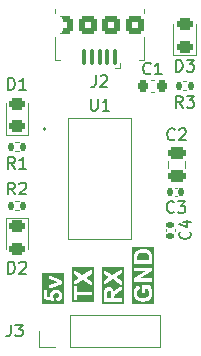
<source format=gto>
G04 #@! TF.GenerationSoftware,KiCad,Pcbnew,8.0.5*
G04 #@! TF.CreationDate,2025-02-16T13:26:01+09:00*
G04 #@! TF.ProjectId,usb_serial,7573625f-7365-4726-9961-6c2e6b696361,rev?*
G04 #@! TF.SameCoordinates,Original*
G04 #@! TF.FileFunction,Legend,Top*
G04 #@! TF.FilePolarity,Positive*
%FSLAX46Y46*%
G04 Gerber Fmt 4.6, Leading zero omitted, Abs format (unit mm)*
G04 Created by KiCad (PCBNEW 8.0.5) date 2025-02-16 13:26:01*
%MOMM*%
%LPD*%
G01*
G04 APERTURE LIST*
G04 Aperture macros list*
%AMRoundRect*
0 Rectangle with rounded corners*
0 $1 Rounding radius*
0 $2 $3 $4 $5 $6 $7 $8 $9 X,Y pos of 4 corners*
0 Add a 4 corners polygon primitive as box body*
4,1,4,$2,$3,$4,$5,$6,$7,$8,$9,$2,$3,0*
0 Add four circle primitives for the rounded corners*
1,1,$1+$1,$2,$3*
1,1,$1+$1,$4,$5*
1,1,$1+$1,$6,$7*
1,1,$1+$1,$8,$9*
0 Add four rect primitives between the rounded corners*
20,1,$1+$1,$2,$3,$4,$5,0*
20,1,$1+$1,$4,$5,$6,$7,0*
20,1,$1+$1,$6,$7,$8,$9,0*
20,1,$1+$1,$8,$9,$2,$3,0*%
G04 Aperture macros list end*
%ADD10C,0.300000*%
%ADD11C,0.150000*%
%ADD12C,0.200000*%
%ADD13C,0.120000*%
%ADD14C,0.100000*%
%ADD15RoundRect,0.100000X0.100000X0.575000X-0.100000X0.575000X-0.100000X-0.575000X0.100000X-0.575000X0*%
%ADD16O,0.890000X1.550000*%
%ADD17RoundRect,0.250000X0.475000X0.525000X-0.475000X0.525000X-0.475000X-0.525000X0.475000X-0.525000X0*%
%ADD18O,1.250000X0.950000*%
%ADD19RoundRect,0.250000X0.500000X0.525000X-0.500000X0.525000X-0.500000X-0.525000X0.500000X-0.525000X0*%
%ADD20R,1.300000X0.380000*%
%ADD21RoundRect,0.140000X-0.140000X-0.170000X0.140000X-0.170000X0.140000X0.170000X-0.140000X0.170000X0*%
%ADD22RoundRect,0.243750X0.456250X-0.243750X0.456250X0.243750X-0.456250X0.243750X-0.456250X-0.243750X0*%
%ADD23RoundRect,0.140000X-0.170000X0.140000X-0.170000X-0.140000X0.170000X-0.140000X0.170000X0.140000X0*%
%ADD24RoundRect,0.250000X0.475000X-0.250000X0.475000X0.250000X-0.475000X0.250000X-0.475000X-0.250000X0*%
%ADD25RoundRect,0.135000X0.135000X0.185000X-0.135000X0.185000X-0.135000X-0.185000X0.135000X-0.185000X0*%
%ADD26RoundRect,0.243750X-0.456250X0.243750X-0.456250X-0.243750X0.456250X-0.243750X0.456250X0.243750X0*%
%ADD27R,1.700000X1.700000*%
%ADD28O,1.700000X1.700000*%
%ADD29RoundRect,0.225000X-0.225000X-0.250000X0.225000X-0.250000X0.225000X0.250000X-0.225000X0.250000X0*%
G04 APERTURE END LIST*
D10*
G36*
X136002614Y-85072877D02*
G01*
X134145204Y-85072877D01*
X134145204Y-83957327D01*
X134311871Y-83957327D01*
X134311871Y-84722662D01*
X135143152Y-84871039D01*
X135179422Y-84636200D01*
X135158471Y-84617427D01*
X135107981Y-84558405D01*
X135073634Y-84488066D01*
X135062185Y-84412718D01*
X135063164Y-84388303D01*
X135082008Y-84312138D01*
X135124834Y-84250418D01*
X135159913Y-84223170D01*
X135233717Y-84195496D01*
X135312412Y-84188136D01*
X135374900Y-84192075D01*
X135447137Y-84210351D01*
X135512081Y-84251151D01*
X135527537Y-84267254D01*
X135565404Y-84330556D01*
X135578026Y-84404658D01*
X135577965Y-84409586D01*
X135560242Y-84483568D01*
X135515012Y-84544609D01*
X135485144Y-84568902D01*
X135418326Y-84601739D01*
X135343553Y-84617882D01*
X135376526Y-84906210D01*
X135440150Y-84895602D01*
X135510972Y-84876025D01*
X135585980Y-84843742D01*
X135652784Y-84801292D01*
X135711383Y-84748674D01*
X135747268Y-84705570D01*
X135787289Y-84638885D01*
X135815389Y-84564801D01*
X135831568Y-84483319D01*
X135835947Y-84407588D01*
X135832838Y-84343893D01*
X135820211Y-84269312D01*
X135792235Y-84187206D01*
X135750272Y-84113164D01*
X135694322Y-84047184D01*
X135637011Y-83998360D01*
X135599940Y-83973029D01*
X135532089Y-83936827D01*
X135460452Y-83910969D01*
X135385028Y-83895454D01*
X135305818Y-83890282D01*
X135238248Y-83893556D01*
X135162548Y-83906127D01*
X135081654Y-83932709D01*
X135008755Y-83972124D01*
X134943850Y-84024371D01*
X134911135Y-84058724D01*
X134864379Y-84123276D01*
X134830982Y-84193473D01*
X134810944Y-84269315D01*
X134804265Y-84350802D01*
X134808496Y-84407332D01*
X134827301Y-84481624D01*
X134857754Y-84548639D01*
X134593239Y-84503210D01*
X134593239Y-83957327D01*
X134311871Y-83957327D01*
X134145204Y-83957327D01*
X134145204Y-82982065D01*
X134710476Y-82982065D01*
X135272845Y-83190160D01*
X135296269Y-83198266D01*
X135366268Y-83220935D01*
X135390379Y-83228079D01*
X135460790Y-83250976D01*
X135272845Y-83310694D01*
X134710476Y-83516591D01*
X134710476Y-83820673D01*
X135812500Y-83379570D01*
X135812500Y-83119085D01*
X134710476Y-82684211D01*
X134710476Y-82982065D01*
X134145204Y-82982065D01*
X134145204Y-82517544D01*
X136002614Y-82517544D01*
X136002614Y-85072877D01*
G37*
G36*
X142723819Y-80759195D02*
G01*
X142802862Y-80763088D01*
X142880728Y-80772120D01*
X142959998Y-80789849D01*
X142978658Y-80795781D01*
X143047834Y-80825204D01*
X143106910Y-80869717D01*
X143142834Y-80920952D01*
X143169924Y-80992449D01*
X143175635Y-81020694D01*
X143182847Y-81097590D01*
X143184579Y-81177096D01*
X143184579Y-81404609D01*
X142176345Y-81404609D01*
X142176345Y-81267588D01*
X142176359Y-81256053D01*
X142177504Y-81172402D01*
X142180981Y-81096632D01*
X142190999Y-81017362D01*
X142192201Y-81012033D01*
X142218293Y-80939234D01*
X142262807Y-80876311D01*
X142276648Y-80862779D01*
X142340179Y-80818965D01*
X142410085Y-80789849D01*
X142441618Y-80780878D01*
X142516651Y-80767497D01*
X142597824Y-80760655D01*
X142680828Y-80758709D01*
X142723819Y-80759195D01*
G37*
G36*
X143632614Y-85075550D02*
G01*
X141728310Y-85075550D01*
X141728310Y-84158935D01*
X141894977Y-84158935D01*
X141896156Y-84211869D01*
X141902347Y-84287127D01*
X141916277Y-84368644D01*
X141937429Y-84443394D01*
X141970448Y-84520537D01*
X141983103Y-84543993D01*
X142025105Y-84610067D01*
X142073160Y-84669701D01*
X142127269Y-84722896D01*
X142187431Y-84769650D01*
X142253647Y-84809965D01*
X142276890Y-84821943D01*
X142349108Y-84853241D01*
X142425062Y-84877585D01*
X142504750Y-84894973D01*
X142588174Y-84905405D01*
X142675333Y-84908883D01*
X142702545Y-84908537D01*
X142782655Y-84903342D01*
X142860471Y-84891913D01*
X142935995Y-84874250D01*
X143009227Y-84850353D01*
X143080165Y-84820223D01*
X143091691Y-84814596D01*
X143157327Y-84777244D01*
X143216936Y-84733735D01*
X143278861Y-84675194D01*
X143325409Y-84618346D01*
X143365929Y-84555341D01*
X143378041Y-84533076D01*
X143409687Y-84463430D01*
X143434301Y-84389507D01*
X143451882Y-84311308D01*
X143462431Y-84228834D01*
X143465947Y-84142083D01*
X143464859Y-84095537D01*
X143457722Y-84014441D01*
X143443922Y-83933800D01*
X143423461Y-83853615D01*
X143396338Y-83773886D01*
X143391943Y-83762613D01*
X143359976Y-83688386D01*
X143325906Y-83622364D01*
X143284392Y-83556957D01*
X143234405Y-83496182D01*
X142621844Y-83496182D01*
X142621844Y-84153806D01*
X142879764Y-84153806D01*
X142879764Y-83804295D01*
X143076135Y-83804295D01*
X143099389Y-83835886D01*
X143138389Y-83901438D01*
X143169558Y-83969891D01*
X143184547Y-84012011D01*
X143201678Y-84084053D01*
X143208026Y-84161866D01*
X143205897Y-84209162D01*
X143191922Y-84286364D01*
X143164904Y-84356483D01*
X143124843Y-84419520D01*
X143071739Y-84475474D01*
X143044987Y-84496818D01*
X142973250Y-84538457D01*
X142901379Y-84565050D01*
X142819926Y-84583245D01*
X142744729Y-84591993D01*
X142662876Y-84594909D01*
X142647176Y-84594794D01*
X142572334Y-84590761D01*
X142490576Y-84578319D01*
X142417603Y-84557583D01*
X142343569Y-84522906D01*
X142281491Y-84476939D01*
X142251352Y-84446165D01*
X142208278Y-84386138D01*
X142177511Y-84318258D01*
X142159051Y-84242524D01*
X142152897Y-84158935D01*
X142159659Y-84080797D01*
X142182718Y-84004762D01*
X142222140Y-83939117D01*
X142275675Y-83885082D01*
X142341073Y-83844380D01*
X142410818Y-83818949D01*
X142363923Y-83515966D01*
X142336818Y-83522085D01*
X142259967Y-83545733D01*
X142189814Y-83577315D01*
X142126359Y-83616831D01*
X142069601Y-83664281D01*
X142019541Y-83719665D01*
X141983656Y-83772024D01*
X141948622Y-83842812D01*
X141922347Y-83922282D01*
X141907141Y-83995138D01*
X141898018Y-84074022D01*
X141894977Y-84158935D01*
X141728310Y-84158935D01*
X141728310Y-82305865D01*
X141918424Y-82305865D01*
X142948274Y-82305865D01*
X141918424Y-82923921D01*
X141918424Y-83220676D01*
X143442500Y-83220676D01*
X143442500Y-82937477D01*
X142428037Y-82937477D01*
X143442500Y-82328579D01*
X143442500Y-82022665D01*
X141918424Y-82022665D01*
X141918424Y-82305865D01*
X141728310Y-82305865D01*
X141728310Y-81152184D01*
X141918424Y-81152184D01*
X141918424Y-81267588D01*
X141918424Y-81709790D01*
X143442500Y-81709790D01*
X143442500Y-81135697D01*
X143441996Y-81094533D01*
X143437966Y-81018558D01*
X143428615Y-80943213D01*
X143410259Y-80865687D01*
X143404675Y-80849050D01*
X143376217Y-80779534D01*
X143338207Y-80712558D01*
X143288627Y-80651364D01*
X143282130Y-80644840D01*
X143225705Y-80596073D01*
X143161356Y-80553397D01*
X143089085Y-80516813D01*
X143019349Y-80489797D01*
X143002111Y-80484163D01*
X142929124Y-80465261D01*
X142849681Y-80452175D01*
X142774870Y-80445495D01*
X142695116Y-80443269D01*
X142642606Y-80444042D01*
X142567855Y-80448099D01*
X142486733Y-80457228D01*
X142412169Y-80471090D01*
X142334980Y-80492728D01*
X142290408Y-80509293D01*
X142215769Y-80544700D01*
X142148316Y-80587294D01*
X142088051Y-80637076D01*
X142057955Y-80667649D01*
X142011355Y-80727326D01*
X141974492Y-80792972D01*
X141947367Y-80864588D01*
X141934704Y-80919657D01*
X141924784Y-80995021D01*
X141919809Y-81073932D01*
X141918424Y-81152184D01*
X141728310Y-81152184D01*
X141728310Y-80276602D01*
X143632614Y-80276602D01*
X143632614Y-85075550D01*
G37*
G36*
X138519167Y-84971237D02*
G01*
X136661757Y-84971237D01*
X136661757Y-84804570D01*
X136828424Y-84804570D01*
X137086345Y-84804570D01*
X137086345Y-84356507D01*
X138352500Y-84356507D01*
X138352500Y-84051325D01*
X137086345Y-84051325D01*
X137086345Y-83604361D01*
X136828424Y-83604361D01*
X136828424Y-84804570D01*
X136661757Y-84804570D01*
X136661757Y-82209612D01*
X136828424Y-82209612D01*
X136828424Y-82563154D01*
X137284548Y-82863939D01*
X136828424Y-83162892D01*
X136828424Y-83519364D01*
X137559687Y-83045289D01*
X138352500Y-83567725D01*
X138352500Y-83202093D01*
X137836292Y-82865771D01*
X138352500Y-82531280D01*
X138352500Y-82163450D01*
X137557855Y-82684420D01*
X136828424Y-82209612D01*
X136661757Y-82209612D01*
X136661757Y-81996783D01*
X138519167Y-81996783D01*
X138519167Y-84971237D01*
G37*
G36*
X139849385Y-83987395D02*
G01*
X139920901Y-84015495D01*
X139946068Y-84037055D01*
X139983550Y-84100858D01*
X139992228Y-84144605D01*
X139998539Y-84223802D01*
X140000870Y-84298400D01*
X140001502Y-84374898D01*
X140001502Y-84600579D01*
X139626345Y-84600579D01*
X139626345Y-84362442D01*
X139626590Y-84288438D01*
X139627627Y-84214156D01*
X139631474Y-84140059D01*
X139646860Y-84085194D01*
X139689359Y-84025020D01*
X139734970Y-83997221D01*
X139809893Y-83984354D01*
X139849385Y-83987395D01*
G37*
G36*
X141059167Y-85072061D02*
G01*
X139201757Y-85072061D01*
X139201757Y-84263524D01*
X139368424Y-84263524D01*
X139368424Y-84362442D01*
X139368424Y-84905394D01*
X140892500Y-84905394D01*
X140892500Y-84600579D01*
X140259422Y-84600579D01*
X140259422Y-84538663D01*
X140259438Y-84532147D01*
X140262648Y-84457529D01*
X140276275Y-84385157D01*
X140291238Y-84352515D01*
X140338557Y-84293565D01*
X140369125Y-84267302D01*
X140429940Y-84221399D01*
X140496676Y-84174218D01*
X140557276Y-84132732D01*
X140892500Y-83912180D01*
X140892500Y-83547281D01*
X140595744Y-83731929D01*
X140532924Y-83771299D01*
X140469271Y-83813258D01*
X140409234Y-83855974D01*
X140348815Y-83905586D01*
X140310558Y-83944403D01*
X140262344Y-84004724D01*
X140220954Y-84068618D01*
X140216968Y-84044139D01*
X140197947Y-83964570D01*
X140171037Y-83894503D01*
X140130622Y-83826062D01*
X140079904Y-83770031D01*
X140020278Y-83726273D01*
X139953142Y-83695018D01*
X139878495Y-83676265D01*
X139796338Y-83670013D01*
X139779512Y-83670271D01*
X139698948Y-83679287D01*
X139624322Y-83701183D01*
X139555636Y-83735959D01*
X139496181Y-83781468D01*
X139445243Y-83841446D01*
X139409457Y-83911814D01*
X139397636Y-83949284D01*
X139382890Y-84022706D01*
X139374194Y-84100549D01*
X139369867Y-84177374D01*
X139368424Y-84263524D01*
X139201757Y-84263524D01*
X139201757Y-82186605D01*
X139368424Y-82186605D01*
X139368424Y-82540146D01*
X139824548Y-82840931D01*
X139368424Y-83139884D01*
X139368424Y-83496357D01*
X140099687Y-83022281D01*
X140892500Y-83544717D01*
X140892500Y-83179085D01*
X140376292Y-82842763D01*
X140892500Y-82508272D01*
X140892500Y-82140443D01*
X140097855Y-82661413D01*
X139368424Y-82186605D01*
X139201757Y-82186605D01*
X139201757Y-81973776D01*
X141059167Y-81973776D01*
X141059167Y-85072061D01*
G37*
D11*
X138666666Y-65744819D02*
X138666666Y-66459104D01*
X138666666Y-66459104D02*
X138619047Y-66601961D01*
X138619047Y-66601961D02*
X138523809Y-66697200D01*
X138523809Y-66697200D02*
X138380952Y-66744819D01*
X138380952Y-66744819D02*
X138285714Y-66744819D01*
X139095238Y-65840057D02*
X139142857Y-65792438D01*
X139142857Y-65792438D02*
X139238095Y-65744819D01*
X139238095Y-65744819D02*
X139476190Y-65744819D01*
X139476190Y-65744819D02*
X139571428Y-65792438D01*
X139571428Y-65792438D02*
X139619047Y-65840057D01*
X139619047Y-65840057D02*
X139666666Y-65935295D01*
X139666666Y-65935295D02*
X139666666Y-66030533D01*
X139666666Y-66030533D02*
X139619047Y-66173390D01*
X139619047Y-66173390D02*
X139047619Y-66744819D01*
X139047619Y-66744819D02*
X139666666Y-66744819D01*
D12*
X138263095Y-67727219D02*
X138263095Y-68536742D01*
X138263095Y-68536742D02*
X138310714Y-68631980D01*
X138310714Y-68631980D02*
X138358333Y-68679600D01*
X138358333Y-68679600D02*
X138453571Y-68727219D01*
X138453571Y-68727219D02*
X138644047Y-68727219D01*
X138644047Y-68727219D02*
X138739285Y-68679600D01*
X138739285Y-68679600D02*
X138786904Y-68631980D01*
X138786904Y-68631980D02*
X138834523Y-68536742D01*
X138834523Y-68536742D02*
X138834523Y-67727219D01*
X139834523Y-68727219D02*
X139263095Y-68727219D01*
X139548809Y-68727219D02*
X139548809Y-67727219D01*
X139548809Y-67727219D02*
X139453571Y-67870076D01*
X139453571Y-67870076D02*
X139358333Y-67965314D01*
X139358333Y-67965314D02*
X139263095Y-68012933D01*
D11*
X145293333Y-77299580D02*
X145245714Y-77347200D01*
X145245714Y-77347200D02*
X145102857Y-77394819D01*
X145102857Y-77394819D02*
X145007619Y-77394819D01*
X145007619Y-77394819D02*
X144864762Y-77347200D01*
X144864762Y-77347200D02*
X144769524Y-77251961D01*
X144769524Y-77251961D02*
X144721905Y-77156723D01*
X144721905Y-77156723D02*
X144674286Y-76966247D01*
X144674286Y-76966247D02*
X144674286Y-76823390D01*
X144674286Y-76823390D02*
X144721905Y-76632914D01*
X144721905Y-76632914D02*
X144769524Y-76537676D01*
X144769524Y-76537676D02*
X144864762Y-76442438D01*
X144864762Y-76442438D02*
X145007619Y-76394819D01*
X145007619Y-76394819D02*
X145102857Y-76394819D01*
X145102857Y-76394819D02*
X145245714Y-76442438D01*
X145245714Y-76442438D02*
X145293333Y-76490057D01*
X145626667Y-76394819D02*
X146245714Y-76394819D01*
X146245714Y-76394819D02*
X145912381Y-76775771D01*
X145912381Y-76775771D02*
X146055238Y-76775771D01*
X146055238Y-76775771D02*
X146150476Y-76823390D01*
X146150476Y-76823390D02*
X146198095Y-76871009D01*
X146198095Y-76871009D02*
X146245714Y-76966247D01*
X146245714Y-76966247D02*
X146245714Y-77204342D01*
X146245714Y-77204342D02*
X146198095Y-77299580D01*
X146198095Y-77299580D02*
X146150476Y-77347200D01*
X146150476Y-77347200D02*
X146055238Y-77394819D01*
X146055238Y-77394819D02*
X145769524Y-77394819D01*
X145769524Y-77394819D02*
X145674286Y-77347200D01*
X145674286Y-77347200D02*
X145626667Y-77299580D01*
X145461905Y-65424819D02*
X145461905Y-64424819D01*
X145461905Y-64424819D02*
X145700000Y-64424819D01*
X145700000Y-64424819D02*
X145842857Y-64472438D01*
X145842857Y-64472438D02*
X145938095Y-64567676D01*
X145938095Y-64567676D02*
X145985714Y-64662914D01*
X145985714Y-64662914D02*
X146033333Y-64853390D01*
X146033333Y-64853390D02*
X146033333Y-64996247D01*
X146033333Y-64996247D02*
X145985714Y-65186723D01*
X145985714Y-65186723D02*
X145938095Y-65281961D01*
X145938095Y-65281961D02*
X145842857Y-65377200D01*
X145842857Y-65377200D02*
X145700000Y-65424819D01*
X145700000Y-65424819D02*
X145461905Y-65424819D01*
X146366667Y-64424819D02*
X146985714Y-64424819D01*
X146985714Y-64424819D02*
X146652381Y-64805771D01*
X146652381Y-64805771D02*
X146795238Y-64805771D01*
X146795238Y-64805771D02*
X146890476Y-64853390D01*
X146890476Y-64853390D02*
X146938095Y-64901009D01*
X146938095Y-64901009D02*
X146985714Y-64996247D01*
X146985714Y-64996247D02*
X146985714Y-65234342D01*
X146985714Y-65234342D02*
X146938095Y-65329580D01*
X146938095Y-65329580D02*
X146890476Y-65377200D01*
X146890476Y-65377200D02*
X146795238Y-65424819D01*
X146795238Y-65424819D02*
X146509524Y-65424819D01*
X146509524Y-65424819D02*
X146414286Y-65377200D01*
X146414286Y-65377200D02*
X146366667Y-65329580D01*
X146649580Y-78986666D02*
X146697200Y-79034285D01*
X146697200Y-79034285D02*
X146744819Y-79177142D01*
X146744819Y-79177142D02*
X146744819Y-79272380D01*
X146744819Y-79272380D02*
X146697200Y-79415237D01*
X146697200Y-79415237D02*
X146601961Y-79510475D01*
X146601961Y-79510475D02*
X146506723Y-79558094D01*
X146506723Y-79558094D02*
X146316247Y-79605713D01*
X146316247Y-79605713D02*
X146173390Y-79605713D01*
X146173390Y-79605713D02*
X145982914Y-79558094D01*
X145982914Y-79558094D02*
X145887676Y-79510475D01*
X145887676Y-79510475D02*
X145792438Y-79415237D01*
X145792438Y-79415237D02*
X145744819Y-79272380D01*
X145744819Y-79272380D02*
X145744819Y-79177142D01*
X145744819Y-79177142D02*
X145792438Y-79034285D01*
X145792438Y-79034285D02*
X145840057Y-78986666D01*
X146078152Y-78129523D02*
X146744819Y-78129523D01*
X145697200Y-78367618D02*
X146411485Y-78605713D01*
X146411485Y-78605713D02*
X146411485Y-77986666D01*
X131261905Y-66964819D02*
X131261905Y-65964819D01*
X131261905Y-65964819D02*
X131500000Y-65964819D01*
X131500000Y-65964819D02*
X131642857Y-66012438D01*
X131642857Y-66012438D02*
X131738095Y-66107676D01*
X131738095Y-66107676D02*
X131785714Y-66202914D01*
X131785714Y-66202914D02*
X131833333Y-66393390D01*
X131833333Y-66393390D02*
X131833333Y-66536247D01*
X131833333Y-66536247D02*
X131785714Y-66726723D01*
X131785714Y-66726723D02*
X131738095Y-66821961D01*
X131738095Y-66821961D02*
X131642857Y-66917200D01*
X131642857Y-66917200D02*
X131500000Y-66964819D01*
X131500000Y-66964819D02*
X131261905Y-66964819D01*
X132785714Y-66964819D02*
X132214286Y-66964819D01*
X132500000Y-66964819D02*
X132500000Y-65964819D01*
X132500000Y-65964819D02*
X132404762Y-66107676D01*
X132404762Y-66107676D02*
X132309524Y-66202914D01*
X132309524Y-66202914D02*
X132214286Y-66250533D01*
X145353333Y-71149580D02*
X145305714Y-71197200D01*
X145305714Y-71197200D02*
X145162857Y-71244819D01*
X145162857Y-71244819D02*
X145067619Y-71244819D01*
X145067619Y-71244819D02*
X144924762Y-71197200D01*
X144924762Y-71197200D02*
X144829524Y-71101961D01*
X144829524Y-71101961D02*
X144781905Y-71006723D01*
X144781905Y-71006723D02*
X144734286Y-70816247D01*
X144734286Y-70816247D02*
X144734286Y-70673390D01*
X144734286Y-70673390D02*
X144781905Y-70482914D01*
X144781905Y-70482914D02*
X144829524Y-70387676D01*
X144829524Y-70387676D02*
X144924762Y-70292438D01*
X144924762Y-70292438D02*
X145067619Y-70244819D01*
X145067619Y-70244819D02*
X145162857Y-70244819D01*
X145162857Y-70244819D02*
X145305714Y-70292438D01*
X145305714Y-70292438D02*
X145353333Y-70340057D01*
X145734286Y-70340057D02*
X145781905Y-70292438D01*
X145781905Y-70292438D02*
X145877143Y-70244819D01*
X145877143Y-70244819D02*
X146115238Y-70244819D01*
X146115238Y-70244819D02*
X146210476Y-70292438D01*
X146210476Y-70292438D02*
X146258095Y-70340057D01*
X146258095Y-70340057D02*
X146305714Y-70435295D01*
X146305714Y-70435295D02*
X146305714Y-70530533D01*
X146305714Y-70530533D02*
X146258095Y-70673390D01*
X146258095Y-70673390D02*
X145686667Y-71244819D01*
X145686667Y-71244819D02*
X146305714Y-71244819D01*
X131833333Y-73664819D02*
X131500000Y-73188628D01*
X131261905Y-73664819D02*
X131261905Y-72664819D01*
X131261905Y-72664819D02*
X131642857Y-72664819D01*
X131642857Y-72664819D02*
X131738095Y-72712438D01*
X131738095Y-72712438D02*
X131785714Y-72760057D01*
X131785714Y-72760057D02*
X131833333Y-72855295D01*
X131833333Y-72855295D02*
X131833333Y-72998152D01*
X131833333Y-72998152D02*
X131785714Y-73093390D01*
X131785714Y-73093390D02*
X131738095Y-73141009D01*
X131738095Y-73141009D02*
X131642857Y-73188628D01*
X131642857Y-73188628D02*
X131261905Y-73188628D01*
X132785714Y-73664819D02*
X132214286Y-73664819D01*
X132500000Y-73664819D02*
X132500000Y-72664819D01*
X132500000Y-72664819D02*
X132404762Y-72807676D01*
X132404762Y-72807676D02*
X132309524Y-72902914D01*
X132309524Y-72902914D02*
X132214286Y-72950533D01*
X146033333Y-68494819D02*
X145700000Y-68018628D01*
X145461905Y-68494819D02*
X145461905Y-67494819D01*
X145461905Y-67494819D02*
X145842857Y-67494819D01*
X145842857Y-67494819D02*
X145938095Y-67542438D01*
X145938095Y-67542438D02*
X145985714Y-67590057D01*
X145985714Y-67590057D02*
X146033333Y-67685295D01*
X146033333Y-67685295D02*
X146033333Y-67828152D01*
X146033333Y-67828152D02*
X145985714Y-67923390D01*
X145985714Y-67923390D02*
X145938095Y-67971009D01*
X145938095Y-67971009D02*
X145842857Y-68018628D01*
X145842857Y-68018628D02*
X145461905Y-68018628D01*
X146366667Y-67494819D02*
X146985714Y-67494819D01*
X146985714Y-67494819D02*
X146652381Y-67875771D01*
X146652381Y-67875771D02*
X146795238Y-67875771D01*
X146795238Y-67875771D02*
X146890476Y-67923390D01*
X146890476Y-67923390D02*
X146938095Y-67971009D01*
X146938095Y-67971009D02*
X146985714Y-68066247D01*
X146985714Y-68066247D02*
X146985714Y-68304342D01*
X146985714Y-68304342D02*
X146938095Y-68399580D01*
X146938095Y-68399580D02*
X146890476Y-68447200D01*
X146890476Y-68447200D02*
X146795238Y-68494819D01*
X146795238Y-68494819D02*
X146509524Y-68494819D01*
X146509524Y-68494819D02*
X146414286Y-68447200D01*
X146414286Y-68447200D02*
X146366667Y-68399580D01*
X131261905Y-82534819D02*
X131261905Y-81534819D01*
X131261905Y-81534819D02*
X131500000Y-81534819D01*
X131500000Y-81534819D02*
X131642857Y-81582438D01*
X131642857Y-81582438D02*
X131738095Y-81677676D01*
X131738095Y-81677676D02*
X131785714Y-81772914D01*
X131785714Y-81772914D02*
X131833333Y-81963390D01*
X131833333Y-81963390D02*
X131833333Y-82106247D01*
X131833333Y-82106247D02*
X131785714Y-82296723D01*
X131785714Y-82296723D02*
X131738095Y-82391961D01*
X131738095Y-82391961D02*
X131642857Y-82487200D01*
X131642857Y-82487200D02*
X131500000Y-82534819D01*
X131500000Y-82534819D02*
X131261905Y-82534819D01*
X132214286Y-81630057D02*
X132261905Y-81582438D01*
X132261905Y-81582438D02*
X132357143Y-81534819D01*
X132357143Y-81534819D02*
X132595238Y-81534819D01*
X132595238Y-81534819D02*
X132690476Y-81582438D01*
X132690476Y-81582438D02*
X132738095Y-81630057D01*
X132738095Y-81630057D02*
X132785714Y-81725295D01*
X132785714Y-81725295D02*
X132785714Y-81820533D01*
X132785714Y-81820533D02*
X132738095Y-81963390D01*
X132738095Y-81963390D02*
X132166667Y-82534819D01*
X132166667Y-82534819D02*
X132785714Y-82534819D01*
X131833333Y-75834819D02*
X131500000Y-75358628D01*
X131261905Y-75834819D02*
X131261905Y-74834819D01*
X131261905Y-74834819D02*
X131642857Y-74834819D01*
X131642857Y-74834819D02*
X131738095Y-74882438D01*
X131738095Y-74882438D02*
X131785714Y-74930057D01*
X131785714Y-74930057D02*
X131833333Y-75025295D01*
X131833333Y-75025295D02*
X131833333Y-75168152D01*
X131833333Y-75168152D02*
X131785714Y-75263390D01*
X131785714Y-75263390D02*
X131738095Y-75311009D01*
X131738095Y-75311009D02*
X131642857Y-75358628D01*
X131642857Y-75358628D02*
X131261905Y-75358628D01*
X132214286Y-74930057D02*
X132261905Y-74882438D01*
X132261905Y-74882438D02*
X132357143Y-74834819D01*
X132357143Y-74834819D02*
X132595238Y-74834819D01*
X132595238Y-74834819D02*
X132690476Y-74882438D01*
X132690476Y-74882438D02*
X132738095Y-74930057D01*
X132738095Y-74930057D02*
X132785714Y-75025295D01*
X132785714Y-75025295D02*
X132785714Y-75120533D01*
X132785714Y-75120533D02*
X132738095Y-75263390D01*
X132738095Y-75263390D02*
X132166667Y-75834819D01*
X132166667Y-75834819D02*
X132785714Y-75834819D01*
X131486666Y-86854819D02*
X131486666Y-87569104D01*
X131486666Y-87569104D02*
X131439047Y-87711961D01*
X131439047Y-87711961D02*
X131343809Y-87807200D01*
X131343809Y-87807200D02*
X131200952Y-87854819D01*
X131200952Y-87854819D02*
X131105714Y-87854819D01*
X131867619Y-86854819D02*
X132486666Y-86854819D01*
X132486666Y-86854819D02*
X132153333Y-87235771D01*
X132153333Y-87235771D02*
X132296190Y-87235771D01*
X132296190Y-87235771D02*
X132391428Y-87283390D01*
X132391428Y-87283390D02*
X132439047Y-87331009D01*
X132439047Y-87331009D02*
X132486666Y-87426247D01*
X132486666Y-87426247D02*
X132486666Y-87664342D01*
X132486666Y-87664342D02*
X132439047Y-87759580D01*
X132439047Y-87759580D02*
X132391428Y-87807200D01*
X132391428Y-87807200D02*
X132296190Y-87854819D01*
X132296190Y-87854819D02*
X132010476Y-87854819D01*
X132010476Y-87854819D02*
X131915238Y-87807200D01*
X131915238Y-87807200D02*
X131867619Y-87759580D01*
X143323333Y-65579580D02*
X143275714Y-65627200D01*
X143275714Y-65627200D02*
X143132857Y-65674819D01*
X143132857Y-65674819D02*
X143037619Y-65674819D01*
X143037619Y-65674819D02*
X142894762Y-65627200D01*
X142894762Y-65627200D02*
X142799524Y-65531961D01*
X142799524Y-65531961D02*
X142751905Y-65436723D01*
X142751905Y-65436723D02*
X142704286Y-65246247D01*
X142704286Y-65246247D02*
X142704286Y-65103390D01*
X142704286Y-65103390D02*
X142751905Y-64912914D01*
X142751905Y-64912914D02*
X142799524Y-64817676D01*
X142799524Y-64817676D02*
X142894762Y-64722438D01*
X142894762Y-64722438D02*
X143037619Y-64674819D01*
X143037619Y-64674819D02*
X143132857Y-64674819D01*
X143132857Y-64674819D02*
X143275714Y-64722438D01*
X143275714Y-64722438D02*
X143323333Y-64770057D01*
X144275714Y-65674819D02*
X143704286Y-65674819D01*
X143990000Y-65674819D02*
X143990000Y-64674819D01*
X143990000Y-64674819D02*
X143894762Y-64817676D01*
X143894762Y-64817676D02*
X143799524Y-64912914D01*
X143799524Y-64912914D02*
X143704286Y-64960533D01*
D13*
X135240000Y-60500000D02*
X135240000Y-60100000D01*
X135240000Y-62470000D02*
X135240000Y-64450000D01*
X135240000Y-64450000D02*
X135660000Y-64450000D01*
X140310000Y-65130000D02*
X140760000Y-65130000D01*
X140760000Y-64680000D02*
X140760000Y-65130000D01*
X142760000Y-60100000D02*
X142760000Y-60500000D01*
X142760000Y-62470000D02*
X142760000Y-64450000D01*
X142760000Y-64450000D02*
X142340000Y-64450000D01*
D14*
X136350000Y-69400000D02*
X141650000Y-69400000D01*
X141650000Y-79600000D01*
X136350000Y-79600000D01*
X136350000Y-69400000D01*
D11*
X134425000Y-70275000D02*
G75*
G02*
X134275000Y-70275000I-75000J0D01*
G01*
X134275000Y-70275000D02*
G75*
G02*
X134425000Y-70275000I75000J0D01*
G01*
D13*
X145352164Y-75280000D02*
X145567836Y-75280000D01*
X145352164Y-76000000D02*
X145567836Y-76000000D01*
X145240000Y-61370000D02*
X145240000Y-64055000D01*
X145240000Y-64055000D02*
X147160000Y-64055000D01*
X147160000Y-64055000D02*
X147160000Y-61370000D01*
X144630000Y-78752164D02*
X144630000Y-78967836D01*
X145350000Y-78752164D02*
X145350000Y-78967836D01*
X132960000Y-70795000D02*
X132960000Y-68110000D01*
X131040000Y-70795000D02*
X132960000Y-70795000D01*
X131040000Y-68110000D02*
X131040000Y-70795000D01*
X144785000Y-73551252D02*
X144785000Y-73028748D01*
X146255000Y-73551252D02*
X146255000Y-73028748D01*
X132153641Y-71430000D02*
X131846359Y-71430000D01*
X132153641Y-72190000D02*
X131846359Y-72190000D01*
X146353641Y-66260000D02*
X146046359Y-66260000D01*
X146353641Y-67020000D02*
X146046359Y-67020000D01*
X131040000Y-77795000D02*
X131040000Y-80480000D01*
X132960000Y-77795000D02*
X131040000Y-77795000D01*
X132960000Y-80480000D02*
X132960000Y-77795000D01*
X132153641Y-76400000D02*
X131846359Y-76400000D01*
X132153641Y-77160000D02*
X131846359Y-77160000D01*
X133860000Y-88730000D02*
X133860000Y-87400000D01*
X135190000Y-88730000D02*
X133860000Y-88730000D01*
X136460000Y-86070000D02*
X144140000Y-86070000D01*
X136460000Y-88730000D02*
X136460000Y-86070000D01*
X136460000Y-88730000D02*
X144140000Y-88730000D01*
X144140000Y-88730000D02*
X144140000Y-86070000D01*
X143349420Y-66140000D02*
X143630580Y-66140000D01*
X143349420Y-67160000D02*
X143630580Y-67160000D01*
%LPC*%
D15*
X140300000Y-64190000D03*
X139650000Y-64190000D03*
X139000000Y-64190000D03*
X138350000Y-64190000D03*
X137700000Y-64190000D03*
D16*
X142500000Y-61490000D03*
D17*
X142025000Y-61490000D03*
D18*
X141500000Y-64190000D03*
D19*
X140000000Y-61490000D03*
X138000000Y-61490000D03*
D18*
X136500000Y-64190000D03*
D17*
X135975000Y-61490000D03*
D16*
X135500000Y-61490000D03*
D20*
X135300000Y-70275000D03*
X135300000Y-70925000D03*
X135300000Y-71575000D03*
X135300000Y-72225000D03*
X135300000Y-72875000D03*
X135300000Y-73525000D03*
X135300000Y-74175000D03*
X135300000Y-74825000D03*
X135300000Y-75475000D03*
X135300000Y-76125000D03*
X135300000Y-76775000D03*
X135300000Y-77425000D03*
X135300000Y-78075000D03*
X135300000Y-78725000D03*
X142700000Y-78725000D03*
X142700000Y-78075000D03*
X142700000Y-77425000D03*
X142700000Y-76775000D03*
X142700000Y-76125000D03*
X142700000Y-75475000D03*
X142700000Y-74825000D03*
X142700000Y-74175000D03*
X142700000Y-73525000D03*
X142700000Y-72875000D03*
X142700000Y-72225000D03*
X142700000Y-71575000D03*
X142700000Y-70925000D03*
X142700000Y-70275000D03*
D21*
X144980000Y-75640000D03*
X145940000Y-75640000D03*
D22*
X146200000Y-63307500D03*
X146200000Y-61432500D03*
D23*
X144990000Y-78380000D03*
X144990000Y-79340000D03*
D22*
X132000000Y-70047500D03*
X132000000Y-68172500D03*
D24*
X145520000Y-74240000D03*
X145520000Y-72340000D03*
D25*
X132510000Y-71810000D03*
X131490000Y-71810000D03*
X146710000Y-66640000D03*
X145690000Y-66640000D03*
D26*
X132000000Y-78542500D03*
X132000000Y-80417500D03*
D25*
X132510000Y-76780000D03*
X131490000Y-76780000D03*
D27*
X135190000Y-87400000D03*
D28*
X137730000Y-87400000D03*
X140270000Y-87400000D03*
X142810000Y-87400000D03*
D29*
X142715000Y-66650000D03*
X144265000Y-66650000D03*
%LPD*%
M02*

</source>
